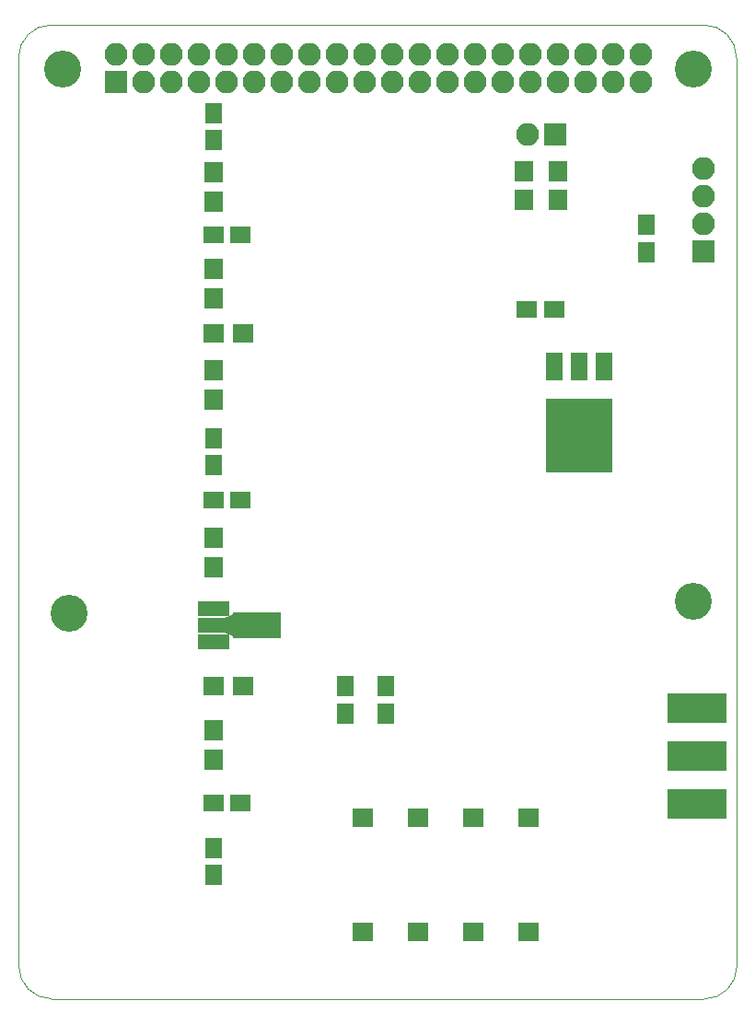
<source format=gbr>
G04 #@! TF.FileFunction,Soldermask,Top*
%FSLAX46Y46*%
G04 Gerber Fmt 4.6, Leading zero omitted, Abs format (unit mm)*
G04 Created by KiCad (PCBNEW 4.0.7-e2-6376~61~ubuntu18.04.1) date Fri Sep  6 21:57:16 2019*
%MOMM*%
%LPD*%
G01*
G04 APERTURE LIST*
%ADD10C,0.100000*%
%ADD11C,3.400000*%
%ADD12R,1.650000X1.900000*%
%ADD13R,1.900000X1.650000*%
%ADD14R,1.700000X1.900000*%
%ADD15R,5.480000X2.690000*%
%ADD16R,5.480000X2.820000*%
%ADD17R,2.100000X2.100000*%
%ADD18O,2.100000X2.100000*%
%ADD19R,1.900000X1.700000*%
%ADD20R,2.900000X1.400000*%
%ADD21R,4.400000X2.400000*%
%ADD22R,1.924000X1.797000*%
%ADD23R,1.600000X2.600000*%
%ADD24R,6.200000X6.800000*%
G04 APERTURE END LIST*
D10*
X77030356Y-63317600D02*
X77030356Y-146750000D01*
X77004956Y-63292211D02*
G75*
G02X80004956Y-60292211I3000000J0D01*
G01*
X140030356Y-60317611D02*
X80030356Y-60317611D01*
X140030356Y-60292211D02*
G75*
G02X143030356Y-63292211I0J-3000000D01*
G01*
X143030356Y-63317600D02*
X143030356Y-146750000D01*
X80030356Y-149829611D02*
G75*
G02X77030356Y-146829611I0J3000000D01*
G01*
X80000000Y-149829611D02*
X140000000Y-149829611D01*
X143055751Y-146860247D02*
G75*
G02X140055756Y-149855011I-2999995J5236D01*
G01*
D11*
X139014000Y-113310000D03*
X139014000Y-113310000D03*
X139039400Y-64313400D03*
X81024000Y-64323400D03*
X81633600Y-114386800D03*
X81633600Y-114386800D03*
X81633600Y-114386800D03*
X81633600Y-114386800D03*
D12*
X107061000Y-123576400D03*
X107061000Y-121076400D03*
X110744000Y-123576400D03*
X110744000Y-121076400D03*
D13*
X126243400Y-86410800D03*
X123743400Y-86410800D03*
D12*
X94945200Y-100767200D03*
X94945200Y-98267200D03*
X94945200Y-138435400D03*
X94945200Y-135935400D03*
D13*
X97439800Y-104013000D03*
X94939800Y-104013000D03*
X97439800Y-131851400D03*
X94939800Y-131851400D03*
X97414400Y-79578200D03*
X94914400Y-79578200D03*
D12*
X134721600Y-78658400D03*
X134721600Y-81158400D03*
X94945200Y-70871400D03*
X94945200Y-68371400D03*
D14*
X123444000Y-76407000D03*
X123444000Y-73707000D03*
D15*
X139388000Y-127508000D03*
D16*
X139388000Y-131888000D03*
X139388000Y-123128000D03*
D17*
X139954000Y-81153000D03*
D18*
X139954000Y-78613000D03*
X139954000Y-76073000D03*
X139954000Y-73533000D03*
D19*
X97641400Y-121081800D03*
X94941400Y-121081800D03*
D14*
X94945200Y-110163600D03*
X94945200Y-107463600D03*
X94945200Y-127867400D03*
X94945200Y-125167400D03*
X94945200Y-73834000D03*
X94945200Y-76534000D03*
X126619000Y-76407000D03*
X126619000Y-73707000D03*
X94945200Y-92071200D03*
X94945200Y-94771200D03*
D19*
X94941400Y-88671400D03*
X97641400Y-88671400D03*
D14*
X94945200Y-82698600D03*
X94945200Y-85398600D03*
D20*
X94921000Y-113993800D03*
X94921000Y-115493800D03*
X94921000Y-116993800D03*
D21*
X98881000Y-115493800D03*
D10*
G36*
X97106000Y-116693800D02*
X95956000Y-116193800D01*
X95956000Y-114793800D01*
X97106000Y-114293800D01*
X97106000Y-116693800D01*
X97106000Y-116693800D01*
G37*
D17*
X85979000Y-65532000D03*
D18*
X85979000Y-62992000D03*
X88519000Y-65532000D03*
X88519000Y-62992000D03*
X91059000Y-65532000D03*
X91059000Y-62992000D03*
X93599000Y-65532000D03*
X93599000Y-62992000D03*
X96139000Y-65532000D03*
X96139000Y-62992000D03*
X98679000Y-65532000D03*
X98679000Y-62992000D03*
X101219000Y-65532000D03*
X101219000Y-62992000D03*
X103759000Y-65532000D03*
X103759000Y-62992000D03*
X106299000Y-65532000D03*
X106299000Y-62992000D03*
X108839000Y-65532000D03*
X108839000Y-62992000D03*
X111379000Y-65532000D03*
X111379000Y-62992000D03*
X113919000Y-65532000D03*
X113919000Y-62992000D03*
X116459000Y-65532000D03*
X116459000Y-62992000D03*
X118999000Y-65532000D03*
X118999000Y-62992000D03*
X121539000Y-65532000D03*
X121539000Y-62992000D03*
X124079000Y-65532000D03*
X124079000Y-62992000D03*
X126619000Y-65532000D03*
X126619000Y-62992000D03*
X129159000Y-65532000D03*
X129159000Y-62992000D03*
X131699000Y-65532000D03*
X131699000Y-62992000D03*
X134239000Y-65532000D03*
X134239000Y-62992000D03*
D17*
X126339600Y-70332600D03*
D18*
X123799600Y-70332600D03*
D22*
X108661200Y-143700500D03*
X108661200Y-133159500D03*
X113741200Y-143700500D03*
X113741200Y-133159500D03*
X118821200Y-143700500D03*
X118821200Y-133159500D03*
X123901200Y-143700500D03*
X123901200Y-133159500D03*
D23*
X130829400Y-91735800D03*
X128549400Y-91735800D03*
X126269400Y-91735800D03*
D24*
X128549400Y-98035800D03*
M02*

</source>
